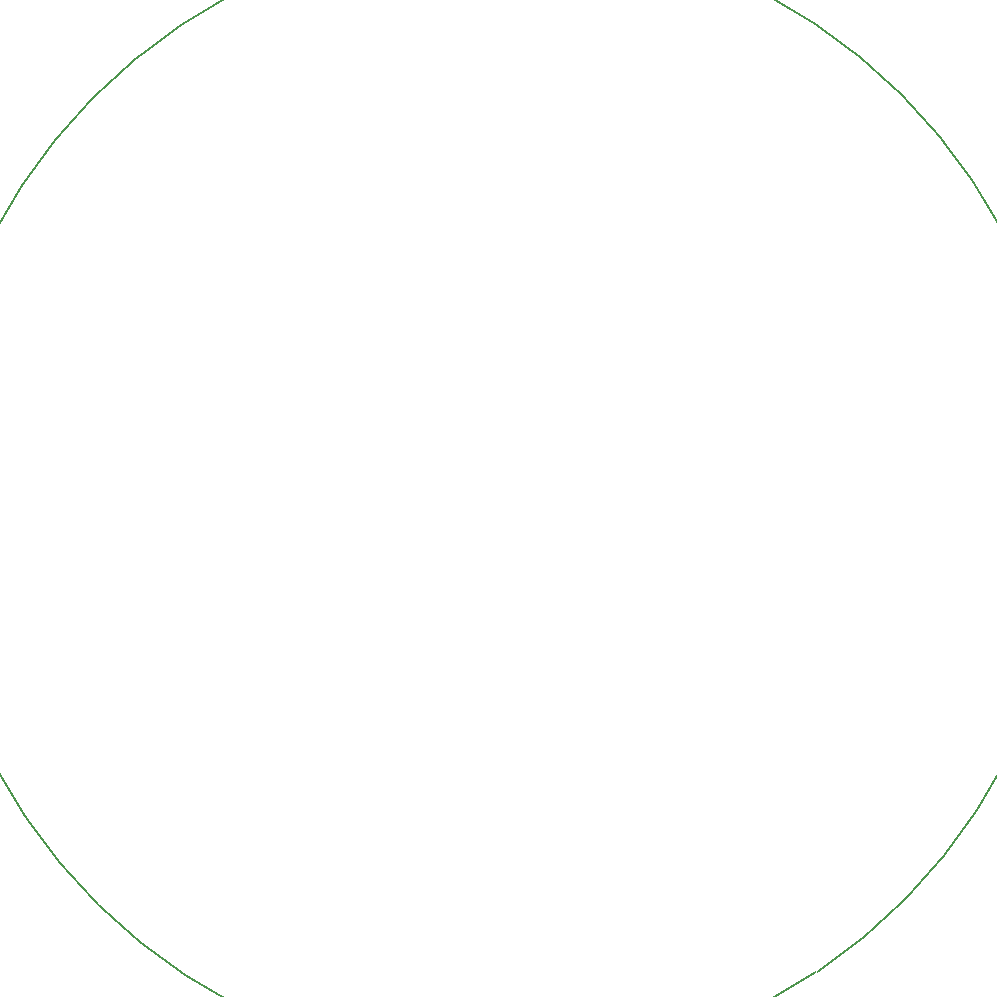
<source format=gbr>
G04 #@! TF.FileFunction,Profile,NP*
%FSLAX46Y46*%
G04 Gerber Fmt 4.6, Leading zero omitted, Abs format (unit mm)*
G04 Created by KiCad (PCBNEW 4.0.4-stable) date 12/13/16 20:02:25*
%MOMM*%
%LPD*%
G01*
G04 APERTURE LIST*
%ADD10C,0.100000*%
%ADD11C,0.200000*%
G04 APERTURE END LIST*
D10*
D11*
X175463200Y-145084800D02*
G75*
G03X188569600Y-78028800I-26974800J40081200D01*
G01*
X188620400Y-78105000D02*
G75*
G03X121640600Y-64871600I-40106600J-26873200D01*
G01*
X121640600Y-64871600D02*
G75*
G03X108381800Y-131876800I26873200J-40132000D01*
G01*
X108381800Y-131876800D02*
G75*
G03X175336200Y-145084800I40081200J26873200D01*
G01*
M02*

</source>
